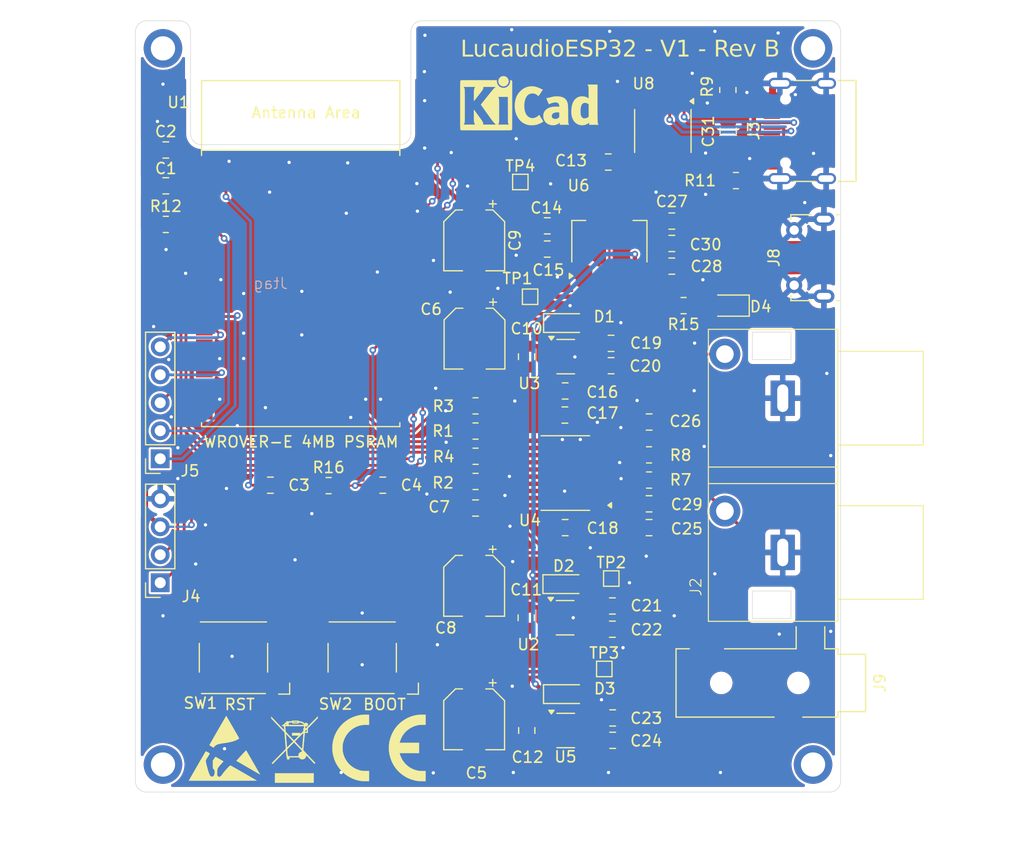
<source format=kicad_pcb>
(kicad_pcb (version 20240108) (generator "pcbnew") (generator_version "8.0")
  (layers (0 "F.Cu" signal) (31 "B.Cu" signal) (34 "B.Paste" user) (35 "F.Paste" user) (36 "B.SilkS" user "B.Silkscreen") (37 "F.SilkS" user "F.Silkscreen") (38 "B.Mask" user) (39 "F.Mask" user) (44 "Edge.Cuts" user))
  (net 0 "")
  (net 1 "GND")
  (net 2 "Net-(U4-VNEG)")
  (net 3 "Net-(U4-CAPM)")
  (net 4 "Net-(U4-CAPP)")
  (net 5 "Net-(J2-IN2)")
  (net 6 "Net-(J2-IN1)")
  (net 8 "Net-(J3-CC2)")
  (net 10 "I2S_WS")
  (net 11 "I2S_DATA")
  (net 12 "Net-(J3-CC1)")
  (net 13 "I2S_CLK")
  (net 14 "Net-(U4-DIN)")
  (net 15 "Net-(U4-XSMT)")
  (net 16 "Net-(U4-BCK)")
  (net 17 "Net-(U4-LRCK)")
  (net 18 "Net-(U4-OUTL)")
  (net 19 "Net-(U4-OUTR)")
  (net 24 "+5V")
  (net 25 "3V3")
  (net 26 "MCU_TX")
  (net 27 "MCU_RX")
  (net 28 "MCU_RST")
  (net 29 "GPIO0")
  (net 30 "3V3_1")
  (net 31 "3V3_2")
  (net 32 "3V3_3")
  (net 33 "SPI_RST")
  (net 34 "RL1")
  (net 36 "SPI_MOSI")
  (net 37 "RGB")
  (net 49 "Net-(U8-UD+)")
  (net 50 "Net-(U8-UD-)")
  (net 51 "ROTARY_A")
  (net 52 "ROTARY_B")
  (net 53 "ROTARY_SW")
  (net 54 "I2C_SDA")
  (net 57 "LED_AMP")
  (net 58 "I2C_SCL")
  (net 62 "Net-(D4-A)")
  (net 63 "LED_PWR")
  (net 64 "DAC_MUTE")
  (footprint "Symbol:WEEE-Logo_4.2x6mm_SilkScreen" (layer "F.Cu") (at 116.9352 132.1392)
    (property "Reference" "REF**" (hide yes))
    (property "Value" "WEEE-Logo_4.2x6mm_SilkScreen" (hide yes))
  )
  (footprint "Capacitor_SMD:C_0805_2012Metric_Pad1.18x1.45mm_HandSolder" (layer "F.Cu") (at 149.117 109.838)
    (property "Reference" "C29")
    (property "Value" "2.2nF")
  )
  (footprint "TestPoint:TestPoint_Pad_1.0x1.0mm" (layer "F.Cu") (at 145.053 124.824)
    (property "Reference" "TP3")
    (property "Value" "TestPoint")
  )
  (footprint "Connector_USB:USB_Micro-B_Molex-105017-0001" (layer "F.Cu") (at 163.75 87.4968 90)
    (property "Reference" "J8")
    (property "Value" "USB_B_Micro")
  )
  (footprint "Capacitor_SMD:C_0805_2012Metric" (layer "F.Cu") (at 139.8778 86.7156)
    (property "Reference" "C15")
    (property "Value" "100nF")
  )
  (footprint "Capacitor_SMD:C_0805_2012Metric_Pad1.18x1.45mm_HandSolder" (layer "F.Cu") (at 133.369 110.219 180)
    (property "Reference" "C7")
    (property "Value" "100nF")
  )
  (footprint "Connector_PinSocket_2.54mm:PinSocket_1x04_P2.54mm_Vertical" (layer "F.Cu") (at 104.75 117 180)
    (property "Reference" "J4")
    (property "Value" "Conn_01x04_Socket")
  )
  (footprint "Local_connector:2x RCA" (layer "F.Cu") (at 162 107.25 90)
    (property "Reference" "J2")
    (property "Value" "Conn_Coaxial_x2")
    (fp_rect (start 10.5 -3.5) (end 13 0) (stroke (width 0.05)) (fill none) (layer "Edge.Cuts"))
    (fp_rect (start -13 -3.5) (end -10.5 0) (stroke (width 0.05)) (fill none) (layer "Edge.Cuts"))
  )
  (footprint "Capacitor_SMD:C_0805_2012Metric" (layer "F.Cu") (at 137.9982 96.4805 -90)
    (property "Reference" "C10")
    (property "Value" "1uF")
  )
  (footprint "Capacitor_SMD:C_0805_2012Metric" (layer "F.Cu") (at 151.1808 88.265)
    (property "Reference" "C28")
    (property "Value" "100nF")
  )
  (footprint "Connector_PinSocket_2.54mm:PinSocket_1x05_P2.54mm_Vertical" (layer "F.Cu") (at 104.75 105.7468 180)
    (property "Reference" "J5")
    (property "Value" "Conn_01x05_Socket")
  )
  (footprint "Espressif:ESP32-WROVER-E" (layer "F.Cu") (at 117.5004 87.122)
    (property "Reference" "U1")
    (property "Value" "ESP32-WROVER-E")
  )
  (footprint "Diode_SMD:D_SOD-323_HandSoldering" (layer "F.Cu") (at 141.5542 93.4325)
    (property "Reference" "D1")
    (property "Value" "1N5819WS")
  )
  (footprint "Capacitor_SMD:C_0805_2012Metric" (layer "F.Cu") (at 156.2992 75.9988 90)
    (property "Reference" "C31")
    (property "Value" "100nF")
  )
  (footprint "Package_TO_SOT_SMD:SOT-23-5" (layer "F.Cu") (at 141.5542 130.412)
    (property "Reference" "U5")
    (property "Value" "LP5907MFX-3.3")
  )
  (footprint "Resistor_SMD:R_0805_2012Metric_Pad1.20x1.40mm_HandSolder" (layer "F.Cu") (at 120.034 108.187)
    (property "Reference" "R16")
    (property "Value" "10K")
  )
  (footprint "Resistor_SMD:R_0805_2012Metric_Pad1.20x1.40mm_HandSolder" (layer "F.Cu") (at 156.2695 72.2797 -90)
    (property "Reference" "R9")
    (property "Value" "5.1k")
  )
  (footprint "Capacitor_SMD:C_0805_2012Metric_Pad1.18x1.45mm_HandSolder" (layer "F.Cu") (at 105.2576 77.724 180)
    (property "Reference" "C2")
    (property "Value" "100nF")
  )
  (footprint "Package_TO_SOT_SMD:SOT-223-3_TabPin2" (layer "F.Cu") (at 145.5166 86.0298 90)
    (property "Reference" "U6")
    (property "Value" "TLV1117-33")
  )
  (footprint "Capacitor_SMD:C_0805_2012Metric" (layer "F.Cu") (at 145.815 129.269)
    (property "Reference" "C23")
    (property "Value" "100nF")
  )
  (footprint "Capacitor_SMD:C_0805_2012Metric_Pad1.18x1.45mm_HandSolder" (layer "F.Cu") (at 149.1234 102.4128 180)
    (property "Reference" "C26")
    (property "Value" "2.2nF")
  )
  (footprint "Capacitor_SMD:CP_Elec_5x4.5" (layer "F.Cu") (at 133.2738 94.8436 -90)
    (property "Reference" "C6")
    (property "Value" "10uF")
  )
  (footprint "Capacitor_SMD:C_0805_2012Metric" (layer "F.Cu") (at 145.669 95.2754)
    (property "Reference" "C19")
    (property "Value" "100nF")
  )
  (footprint "MountingHole:MountingHole_2.2mm_M2_ISO7380_Pad" (layer "F.Cu") (at 105 133.5)
    (property "Reference" "REF**" (hide yes))
    (property "Value" "MountingHole_2.2mm_M2_ISO7380_Pad")
  )
  (footprint "Capacitor_SMD:C_0805_2012Metric" (layer "F.Cu") (at 124.95 108.1468)
    (property "Reference" "C4")
    (property "Value" "100nF")
  )
  (footprint "Resistor_SMD:R_0805_2012Metric_Pad1.20x1.40mm_HandSolder" (layer "F.Cu") (at 105.2576 84.4804)
    (property "Reference" "R12")
    (property "Value" "10K")
  )
  (footprint "Resistor_SMD:R_0805_2012Metric_Pad1.20x1.40mm_HandSolder" (layer "F.Cu") (at 149.117 105.393)
    (property "Reference" "R8")
    (property "Value" "470")
  )
  (footprint "Capacitor_SMD:C_0805_2012Metric_Pad1.18x1.45mm_HandSolder" (layer "F.Cu") (at 141.478 101.7778 180)
    (property "Reference" "C17")
    (property "Value" "2.2uF")
  )
  (footprint "Capacitor_SMD:C_0805_2012Metric_Pad1.18x1.45mm_HandSolder" (layer "F.Cu") (at 149.117 111.997 180)
    (property "Reference" "C25")
    (property "Value" "2.2uF")
  )
  (footprint "LED_SMD:LED_0805_2012Metric_Pad1.15x1.40mm_HandSolder" (layer "F.Cu") (at 156.35 91.8468 180)
    (property "Reference" "D4")
    (property "Value" "LED")
  )
  (footprint "Capacitor_SMD:CP_Elec_5x4.5" (layer "F.Cu") (at 133.2484 85.9282 -90)
    (property "Reference" "C9")
    (property "Value" "100uF")
  )
  (footprint "Symbol:CE-Logo_8.5x6mm_SilkScreen" (layer "F.Cu") (at 124.606 131.9868)
    (property "Reference" "REF**" (hide yes))
    (property "Value" "CE-Logo_8.5x6mm_SilkScreen" (hide yes))
  )
  (footprint "Capacitor_SMD:C_0805_2012Metric" (layer "F.Cu") (at 114.75 108.1468)
    (property "Reference" "C3")
    (property "Value" "100nF")
  )
  (footprint "Capacitor_SMD:C_0805_2012Metric" (layer "F.Cu") (at 145.815 131.301)
    (property "Reference" "C24")
    (property "Value" "1uF")
  )
  (footprint "MountingHole:MountingHole_2.2mm_M2_ISO7380_Pad" (layer "F.Cu") (at 164 133.5)
    (property "Reference" "REF**" (hide yes))
    (property "Value" "MountingHole_2.2mm_M2_ISO7380_Pad")
  )
  (footprint "Capacitor_SMD:C_0805_2012Metric" (layer "F.Cu") (at 151.1808 84.1756)
    (property "Reference" "C27")
    (property "Value" "10uF")
  )
  (footprint "Connector_USB:USB_C_Receptacle_G-Switch_GT-USB-7010ASV" (layer "F.Cu") (at 164.1142 75.9968 90)
    (property "Reference" "J3")
    (property "Value" "USB_C_Receptacle_USB2.0_16P")
  )
  (footprint "TestPoint:TestPoint_Pad_1.0x1.0mm" (layer "F.Cu") (at 137.433 80.628)
    (property "Reference" "TP4")
    (property "Value" "TestPoint")
  )
  (footprint "Resistor_SMD:R_0805_2012Metric_Pad1.20x1.40mm_HandSolder" (layer "F.Cu") (at 133.369 107.806)
    (property "Reference" "R2")
    (property "Value" "470")
  )
  (footprint "Diode_SMD:D_SOD-323_HandSoldering" (layer "F.Cu") (at 141.5478 127.11)
    (property "Reference" "D3")
    (property "Value" "1N5819WS")
  )
  (footprint "Package_SO:SOP-8_3.9x4.9mm_P1.27mm" (layer "F.Cu") (at 150.368 75.9968 -90)
    (property "Reference" "U8")
    (property "Value" "CH340N")
  )
  (footprint "Button_Switch_SMD:SW_SPST_Omron_B3FS-100xP" (layer "F.Cu") (at 111.398 123.808 180)
    (property "Reference" "SW1")
    (property "Value" "SW_Omron_B3FS")
  )
  (footprint "Capacitor_SMD:C_0805_2012Metric" (layer "F.Cu") (at 137.9664 120.1758 -90)
    (property "Reference" "C11")
    (property "Value" "1uF")
  )
  (footprint "MountingHole:MountingHole_2.2mm_M2_ISO7380_Pad" (layer "F.Cu") (at 105 68.5)
    (property "Reference" "REF**" (hide yes))
    (property "Value" "MountingHole_2.2mm_M2_ISO7380_Pad")
  )
  (footprint "Capacitor_SMD:CP_Elec_5x4.5" (layer "F.Cu") (at 133.242 129.396 -90)
    (property "Reference" "C5")
    (property "Value" "10uF")
  )
  (footprint "Symbol:KiCad-Logo_5mm_SilkScreen" (layer "F.Cu") (at 138.25 73.9968)
    (property "Reference" "REF**" (hide yes))
    (property "Value" "KiCad-Logo_5mm_SilkScreen" (hide yes))
  )
  (footprint "Capacitor_SMD:C_0805_2012Metric_Pad1.18x1.45mm_HandSolder" (layer "F.Cu") (at 141.5034 111.997 180)
    (property "Reference" "C18")
    (property "Value" "100nF")
  )
  (footprint "Capacitor_SMD:C_0805_2012Metric" (layer "F.Cu") (at 145.7896 119.109)
    (property "Reference" "C21")
    (property "Value" "100nF")
  )
  (footprint "Resistor_SMD:R_0805_2012Metric_Pad1.20x1.40mm_HandSolder" (layer "F.Cu") (at 133.369 103.234)
    (property "Reference" "R1")
    (property "Value" "470")
  )
  (footprint "Capacitor_SMD:CP_Elec_5x4.5" (layer "F.Cu") (at 133.242 117.2802 -90)
    (property "Reference" "C8")
    (property "Value" "10uF")
  )
  (footprint "Resistor_SMD:R_0805_2012Metric_Pad1.20x1.40mm_HandSolder" (layer "F.Cu") (at 149.117 107.679)
    (property "Reference" "R7")
    (property "Value" "470")
  )
  (footprint "Resistor_SMD:R_0805_2012Metric_Pad1.20x1.40mm_HandSolder" (layer "F.Cu") (at 133.369 105.52)
    (property "Reference" "R4")
    (property "Value" "470")
  )
  (footprint "Capacitor_SMD:C_0805_2012Metric" (layer "F.Cu") (at 139.8778 84.6074)
    (property "Reference" "C14")
    (property "Value" "10uF")
  )
  (footprint "Package_TO_SOT_SMD:SOT-23-5" (layer "F.Cu") (at 141.5542 96.4805)
    (property "Reference" "U3")
    (property "Value" "LP5907MFX-3.3")
  )
  (footprint "Capacitor_SMD:C_0805_2012Metric" (layer "F.Cu") (at 151.1808 86.2076)
    (property "Reference" "C30")
    (property "Value" "100nF")
  )
  (footprint "Capacitor_SMD:C_0805_2012Metric_Pad1.18x1.45mm_HandSolder" (layer "F.Cu") (at 105.2576 80.9752 180)
    (property "Reference" "C1")
    (property "Value" "4.7uF")
  )
  (footprint "Resistor_SMD:R_0805_2012Metric_Pad1.20x1.40mm_HandSolder" (layer "F.Cu") (at 157 80.5 180)
    (property "Reference" "R11")
    (property "Value" "5.1k")
  )
  (footprint "Button_Switch_SMD:SW_SPST_Omron_B3FS-100xP" (layer "F.Cu") (at 123.082 123.808 180)
    (property "Reference" "SW2")
    (property "Value" "SW_Omron_B3FS")
  )
  (footprint "Capacitor_SMD:C_0805_2012Metric" (layer "F.Cu") (at 138.0172 130.412 -90)
    (property "Reference" "C12")
    (property "Value" "1uF")
  )
  (footprint "Resistor_SMD:R_0805_2012Metric_Pad1.20x1.40mm_HandSolder" (layer "F.Cu") (at 133.369 100.948)
    (property "Reference" "R3")
    (property "Value" "470")
  )
  (footprint "Symbol:ESD-Logo_6.6x6mm_SilkScreen" (layer "F.Cu") (at 110.5852 132.0122)
    (property "Reference" "REF**" (hide yes))
    (property "Value" "ESD-Logo_6.6x6mm_SilkScreen" (hide yes))
  )
  (footprint "Capacitor_SMD:C_0805_2012Metric_Pad1.18x1.45mm_HandSolder" (layer "F.Cu") (at 141.5034 99.5934 180)
    (property "Reference" "C16")
    (property "Value" "100nF")
  )
  (footprint "TestPoint:TestPoint_Pad_1.0x1.0mm" (layer "F.Cu") (at 138.322 91.042)
    (property "Reference" "TP1")
    (property "Value" "TestPoint")
  )
  (footprint "TestPoint:TestPoint_Pad_1.0x1.0mm" (layer "F.Cu") (at 145.688 116.6198)
    (property "Reference" "TP2")
    (property "Value" "TestPoint")
  )
  (footprint "Capacitor_SMD:C_0805_2012Metric" (layer "F.Cu") (at 145.669 97.3)
    (property "Reference" "C20")
    (property "Value" "1uF")
  )
  (footprint "Capacitor_SMD:C_0805_2012Metric" (layer "F.Cu") (at 145.7896 121.2172)
    (property "Reference" "C22")
    (property "Value" "1uF")
  )
  (footprint "Connector_Audio:Jack_3.5mm_CUI_SJ-3523-SMT_Horizontal" (layer "F.Cu") (at 160.166 126.094 -90)
    (property "Reference" "J9")
    (property "Value" "AudioJack3")
  )
  (footprint "Capacitor_SMD:C_0805_2012Metric" (layer "F.Cu") (at 145.415 78.8162 180)
    (property "Reference" "C13")
    (property "Value" "100nF")
  )
  (footprint "Diode_SMD:D_SOD-323_HandSoldering" (layer "F.Cu") (at 141.497 117.1278)
    (property "Reference" "D2")
    (property "Value" "1N5819WS")
  )
  (footprint "Package_SO:TSSOP-20_4.4x6.5mm_P0.65mm" (layer "F.Cu") (at 141.5191 107.044 180)
    (property "Reference" "U4")
    (property "Value" "PCM5100")
  )
  (footprint "Resistor_SMD:R_0805_2012Metric_Pad1.20x1.40mm_HandSolder" (layer "F.Cu") (at 152.25 91.8468 180)
    (property "Reference" "R15")
    (property "Value" "470")
  )
  (footprint "MountingHole:MountingHole_2.2mm_M2_ISO7380_Pad" (layer "F.Cu") (at 164 68.5)
    (property "Reference" "REF**" (hide yes))
    (property "Value" "MountingHole_2.2mm_M2_ISO7380_Pad")
  )
  (footprint "Package_TO_SOT_SMD:SOT-23-5" (layer "F.Cu") (at 141.497 120.1758)
    (property "Reference" "U2")
    (property "Value" "LP5907MFX-3.3")
  )
  (gr_line (start 103.5 66) (end 106.5 66) (stroke (width 0.05)) (layer "Edge.Cuts"))
  (gr_arc (start 103.5 136) (mid 102.792893 135.707107) (end 102.5 135) (stroke (width 0.05)) (layer "Edge.Cuts"))
  (gr_line (start 102.5 89.75) (end 102.5 67) (stroke (width 0.05)) (layer "Edge.Cuts"))
  (gr_line (start 102.5 102.25) (end 102.5 135) (stroke (width 0.05)) (layer "Edge.Cuts"))
  (gr_line (start 128.5 66) (end 165.5 66) (stroke (width 0.05)) (layer "Edge.Cuts"))
  (gr_arc (start 102.5 67) (mid 102.792893 66.292893) (end 103.5 66) (stroke (width 0.05)) (layer "Edge.Cuts"))
  (gr_line (start 108.5 77.239693) (end 126.5 77.239693) (stroke (width 0.05)) (layer "Edge.Cuts"))
  (gr_arc (start 106.5 66) (mid 107.207107 66.292893) (end 107.5 67) (stroke (width 0.05)) (layer "Edge.Cuts"))
  (gr_line (start 107.5 67) (end 107.5 76.239694) (stroke (width 0.05)) (layer "Edge.Cuts"))
  (gr_line (start 165.5 136) (end 103.5 136) (stroke (width 0.05)) (layer "Edge.Cuts"))
  (gr_arc (start 108.5 77.239694) (mid 107.792896 76.9468) (end 107.5 76.239694) (stroke (width 0.05)) (layer "Edge.Cuts"))
  (gr_arc (start 127.5 67) (mid 127.792893 66.292893) (end 128.5 66) (stroke (width 0.05)) (layer "Edge.Cuts"))
  (gr_line (start 127.5 76.239693) (end 127.5 67) (stroke (width 0.05)) (layer "Edge.Cuts"))
  (gr_arc (start 127.5 76.239693) (mid 127.207107 76.9468) (end 126.5 77.239693) (stroke (width 0.05)) (layer "Edge.Cuts"))
  (gr_arc (start 165.5 66) (mid 166.207107 66.292893) (end 166.5 67) (stroke (width 0.05)) (layer "Edge.Cuts"))
  (gr_line (start 102.5 89.75) (end 102.5 102.25) (stroke (width 0.05)) (layer "Edge.Cuts"))
  (gr_arc (start 166.5 135) (mid 166.207107 135.707107) (end 165.5 136) (stroke (width 0.05)) (layer "Edge.Cuts"))
  (gr_line (start 166.5 67) (end 166.5 135) (stroke (width 0.05)) (layer "Edge.Cuts"))
  (gr_text "Jtag" (at 116.410929 90.414871 0) (layer "B.SilkS") (effects (font (size 1 1) (thickness 0.1)) (justify left bottom mirror)))
  (gr_text "BOOT" (at 123.082 128.634 0) (layer "F.SilkS") (effects (font (size 1 1)) (justify left bottom)))
  (gr_text "WROVER-E 4MB PSRAM" (at 108.6 104.8 0) (layer "F.SilkS") (effects (font (size 1 1)) (justify left bottom)))
  (gr_text "RST" (at 110.509 128.634 0) (layer "F.SilkS") (effects (font (size 1 1)) (justify left bottom)))
  (gr_text "LucaudioESP32 - V1 - Rev B" (at 132 69.5 0) (layer "F.SilkS") (effects (font (size 1.5 1.5) (thickness 0.2)) (justify left bottom)))
  (segment (start 126.2504 78.867) (end 125.603 78.867) (width 0.254) (layer "F.Cu") (net 1))
  (segment (start 160.3892 79.1968) (end 158.9432 79.1968) (width 0.254) (layer "F.Cu") (net 1))
  (segment (start 141.6304 97.031701) (end 141.6304 98.4289) (width 0.254) (layer "F.Cu") (net 1))
  (segment (start 143.1337 104.1256) (end 143.0026 104.1256) (width 0.254) (layer "F.Cu") (net 1))
  (segment (start 140.4167 96.4805) (end 141.079199 96.4805) (width 0.254) (layer "F.Cu") (net 1))
  (segment (start 138.6566 104.769) (end 137.571 104.769) (width 0.254) (layer "F.Cu") (net 1))
  (segment (start 126.2504 78.867) (end 127.1524 78.867) (width 0.254) (layer "F.Cu") (net 1))
  (segment (start 137.571 104.769) (end 137.1536 104.3516) (width 0.254) (layer "F.Cu") (net 1))
  (segment (start 127.1524 78.867) (end 127.7366 79.4512) (width 0.254) (layer "F.Cu") (net 1))
  (segment (start 141.079199 96.4805) (end 141.6304 97.031701) (width 0.254) (layer "F.Cu") (net 1))
  (segment (start 143.1337 104.1256) (end 143.1193 104.14) (width 0.254) (layer "F.Cu") (net 1))
  (segment (start 141.6304 98.4289) (end 140.4659 99.5934) (width 0.254) (layer "F.Cu") (net 1))
  (segment (start 125.603 78.867) (end 124.841 79.629) (width 0.254) (layer "F.Cu") (net 1))
  (segment (start 143.0026 104.1256) (end 142.877 104) (width 0.254) (layer "F.Cu") (net 1))
  (via (at 155.0924 66.9544) (size 0.6) (drill 0.3) (layers "F.Cu" "B.Cu") (net 1))
  (via (at 142.877 104) (size 0.6) (drill 0.3) (layers "F.Cu" "B.Cu") (net 1))
  (via (at 160.9344 121.666) (size 0.6) (drill 0.3) (layers "F.Cu" "B.Cu") (net 1))
  (via (at 153.035 70.7644) (size 0.6) (drill 0.3) (layers "F.Cu" "B.Cu") (net 1))
  (via (at 105 71.75) (size 0.6) (drill 0.3) (layers "F.Cu" "B.Cu") (net 1))
  (via (at 107.056 88.916) (size 0.6) (drill 0.3) (layers "F.Cu" "B.Cu") (net 1))
  (via (at 154 89.5) (size 0.6) (drill 0.3) (layers "F.Cu" "B.Cu") (net 1))
  (via (at 105.75 101.9468) (size 0.6) (drill 0.3) (layers "F.Cu" "B.Cu") (net 1))
  (via (at 136.7408 115.0788) (size 0.6) (drill 0.3) (layers "F.Cu" "B.Cu") (net 1))
  (via (at 154.1208 104.631) (size 0.6) (drill 0.3) (layers "F.Cu" "B.Cu") (net 1))
  (via (at 131.064 90.6272) (size 0.6) (drill 0.3) (layers "F.Cu" "B.Cu") (net 1))
  (via (at 112.323 96.647) (size 0.6) (drill 0.3) (layers "F.Cu" "B.Cu") (net 1))
  (via (at 116.45 78.85) (size 0.6) (drill 0.3) (layers "F.Cu" "B.Cu") (net 1))
  (via (at 130.6576 101.3968) (size 0.6) (drill 0.3) (layers "F.Cu" "B.Cu") (net 1))
  (via (at 147.339 117.0008) (size 0.6) (drill 0.3) (layers "F.Cu" "B.Cu") (net 1))
  (via (at 149.75 81.5468) (size 0.6) (drill 0.3) (layers "F.Cu" "B.Cu") (net 1))
  (via (at 145.434 134.222) (size 0.6) (drill 0.3) (layers "F.Cu" "B.Cu") (net 1))
  (via (at 136.7028 126.3904) (size 0.6) (drill 0.3) (layers "F.Cu" "B.Cu") (net 1))
  (via (at 128.778 67.31) (size 0.6) (drill 0.3) (layers "F.Cu" "B.Cu") (net 1))
  (via (at 153.2128 99.568) (size 0.6) (drill 0.3) (layers "F.Cu" "B.Cu") (net 1))
  (via (at 136.652 66.802) (size 0.6) (drill 0.3) (layers "F.Cu" "B.Cu") (net 1))
  (via (at 165.608 105.4608) (size 0.6) (drill 0.3) (layers "F.Cu" "B.Cu") (net 1))
  (via (at 144.799 127.618) (size 0.6) (drill 0.3) (layers "F.Cu" "B.Cu") (net 1))
  (via (at 154.25 78) (size 0.6) (drill 0.3) (layers "F.Cu" "B.Cu") (net 1))
  (via (at 137.0584 87.2744) (size 0.6) (drill 0.3) (layers "F.Cu" "B.Cu") (net 1))
  (via (at 164.0462 78.0308) (size 0.6) (drill 0.3) (layers "F.Cu" "B.Cu") (net 1))
  (via (at 158 72.5) (size 0.6) (drill 0.3) (layers "F.Cu" "B.Cu") (net 1))
  (via (at 128.7272 70.612) (size 0.6) (drill 0.3) (layers "F.Cu" "B.Cu") (net 1))
  (via (at 130.702 104.25) (size 0.6) (drill 0.3) (layers "F.Cu" "B.Cu") (net 1))
  (via (at 158.25 78.5) (size 0.6) (drill 0.3) (layers "F.Cu" "B.Cu") (net 1))
  (via (at 146.558 93.3958) (size 0.6) (drill 0.3) (layers "F.Cu" "B.Cu") (net 1))
  (via (at 110.5852 132.063) (size 0.6) (drill 0.3) (layers "F.Cu" "B.Cu") (net 1))
  (via (at 123.082 119.744) (size 0.6) (drill 0.3) (layers "F.Cu" "B.Cu") (net 1))
  (via (at 116.986 114.918) (size 0.6) (drill 0.3) (layers "F.Cu" "B.Cu") (net 1))
  (via (at 140.1826 80.7974) (size 0.6) (drill 0.3) (layers "F.Cu" "B.Cu") (net 1))
  (via (at 105.523 96.7468) (size 0.6) (drill 0.3) (layers "F.Cu" "B.Cu") (net 1))
  (via (at 165.25 98) (size 0.6) (drill 0.3) (layers "F.Cu" "B.Cu") (net 1))
  (via (at 112.323 94.3468) (size 0.6) (drill 0.3) (layers "F.Cu" "B.Cu") (net 1))
  (via (at 142.2336 120.1758) (size 0.6) (drill 0.3) (layers "F.Cu" "B.Cu") (net 1))
  (via (at 108.858 111.743) (size 0.6) (drill 0.3) (layers "F.Cu" "B.Cu") (net 1))
  (via (at 155.594 134.222) (size 0.6) (drill 0.3) (layers "F.Cu" "B.Cu") (net 1))
  (via (at 104.15 93.7468) (size 0.6) (drill 0.3) (layers "F.Cu" "B.Cu") (net 1))
  (via (at 165.608 121.412) (size 0.6) (drill 0.3) (layers "F.Cu" "B.Cu") (net 1))
  (via (at 148.0312 100.457) (size 0.6) (drill 0.3) (layers "F.Cu" "B.Cu") (net 1))
  (via (at 128.0414 80.772) (size 0.6) (drill 0.3) (layers "F.Cu" "B.Cu") (net 1))
  (via (at 137.0584 76.7) (size 0.6) (drill 0.3) (layers "F.Cu" "B.Cu") (net 1))
  (via (at 136.036 109.076) (size 0.6) (drill 0.3) (layers "F.Cu" "B.Cu") (net 1))
  (via (at 146.7548 122.8936) (size 0.6) (drill 0.3) (layers "F.Cu" "B.Cu") (net 1))
  (via (at 129.535 134.255) (size 0.6) (drill 0.3) (layers "F.Cu" "B.Cu") (net 1))
  (via (at 110.25 89.4968) (size 0.6) (drill 0.3) (layers "F.Cu" "B.Cu") (net 1))
  (via (at 107.969 115.299) (size 0.6) (drill 0.3) (layers "F.Cu" "B.Cu") (net 1))
  (via (at 117.597 94.504) (size 0.6) (drill 0.3) (layers "F.Cu" "B.Cu") (net 1))
  (via (at 106.35 104.7468) (size 0.6) (drill 0.3) (layers "F.Cu" "B.Cu") (net 1))
  (via (at 124.46 88.7984) (size 0.6) (drill 0.3) (layers "F.Cu" "B.Cu") (net 1))
  (via (at 121.6406 83.4644) (size 0.6) (drill 0.3) (layers "F.Cu" "B.Cu") (net 1))
  (via (at 129.55 87.7468) (size 0.6) (drill 0.3) (layers "F.Cu" "B.Cu") (net 1))
  (via (at 123.4 100.3468) (size 0.6) (drill 0.3) (layers "F.Cu" "B.Cu") (net 1))
  (via (at 106.35 107.5468) (size 0.6) (drill 0.3) (layers "F.Cu" "B.Cu") (net 1))
  (via (at 123.082 124.443) (size 0.6) (drill 0.3) (layers "F.Cu" "B.Cu") (net 1))
  (via (at 140.8 89.25) (size 0.6) (drill 0.3) (layers "F.Cu" "B.Cu") (net 1))
  (via (at 111.75 102.7468) (size 0.6) (drill 0.3) (layers "F.Cu" "B.Cu") (net 1))
  (via (at 155.086 116.188) (size 0.6) (drill 0.3) (layers "F.Cu" "B.Cu") (net 1))
  (via (at 144.4244 102.4382) (size 0.6) (drill 0.3) (layers "F.Cu" "B.Cu") (net 1))
  (via (at 145.542 66.9544) (size 0.6) (drill 0.3) (layers "F.Cu" "B.Cu") (net 1))
  (via (at 129.9068 122.6248) (size 0.6) (drill 0.3) (layers "F.Cu" "B.Cu") (net 1))
  (via (at 146.577 107.552) (size 0.6) (drill 0.3) (layers "F.Cu" "B.Cu") (net 1))
  (via (at 136.4932 111.87) (size 0.6) (drill 0.3) (layers "F.Cu" "B.Cu") (net 1))
  (via (at 124.75 100.3468) (size 0.6) (drill 0.3) (layers "F.Cu" "B.Cu") (net 1))
  (via (at 104.4956 75.1332) (size 0.6) (drill 0.3) (layers "F.Cu" "B.Cu") (net 1))
  (via (at 146.558 102.9208) (size 0.6) (drill 0.3) (layers "F.Cu" "B.Cu") (net 1))
  (via (at 153.25 95.25) (size 0.6) (drill 0.3) (layers "F.Cu" "B.Cu") (net 1))
  (via (at 129.75 99.3468) (size 0.6) (drill 0.3) (layers "F.Cu" "B.Cu") (net 1))
  (via (at 110.763 108.441) (size 0.6) (drill 0.3) (layers "F.Cu" "B.Cu") (net 1))
  (via (at 136.9314 100.5078) (size 0.6) (drill 0.3) (layers "F.Cu" "B.Cu") (net 1))
  (via (at 128.0922 83.277) (size 0.6) (drill 0.3) (layers "F.Cu" "B.Cu") (net 1))
  (via (at 163.25 82.4968) (size 0.6) (drill 0.3) (layers "F.Cu" "B.Cu") (net 1))
  (via (at 146.45 106.092) (size 0.6) (drill 0.3) (layers "F.Cu" "B.Cu") (net 1))
  (via (at 105.278 86.757) (size 0.6) (drill 0.3) (layers "F.Cu" "B.Cu") (net 1))
  (via (at 142.386 96.503) (size 0.6) (drill 0.3) (layers "F.Cu" "B.Cu") (net 1))
  (via (at 151.403 119.998) (size 0.6) (drill 0.3) (layers "F.Cu" "B.Cu") (net 1))
  (via (at 141.4526 108.6866) (size 0.6) (drill 0.3) (layers "F.Cu" "B.Cu") (net 1))
  (via (at 128.75 77.5468) (size 0.6) (drill 0.3) (layers "F.Cu" "B.Cu") (net 1))
  (via (at 111.271 123.681) (size 0.6) (drill 0.3) (layers "F.Cu" "B.Cu") (net 1))
  (via (at 111 78.75) (size 0.6) (drill 0.3) (layers "F.Cu" "B.Cu") (net 1))
  (via (at 132.65 81) (size 0.6) (drill 0.3) (layers "F.Cu" "B.Cu") (net 1))
  (via (at 136.798 134.222) (size 0.6) (drill 0.3) (layers "F.Cu" "B.Cu") (net 1))
  (via (at 131.159557 77.956357) (size 0.6) (drill 0.3) (layers "F.Cu" "B.Cu") (net 1))
  (via (at 141.25 104) (size 0.6) (drill 0.3) (layers "F.Cu" "B.Cu") (net 1))
  (via (at 146.25 71.4968) (size 0.6) (drill 0.3) (layers "F.Cu" "B.Cu") (net 1))
  (via (at 105 120) (size 0.6) (drill 0.3) (layers "F.Cu" "B.Cu") (net 1))
  (via (at 136.4424 107.3488) (size 0.6) (drill 0.3) (layers "F.Cu" "B.Cu") (net 1))
  (via (at 154.4066 73.4568) (size 0.6) (drill 0.3) (layers "F.Cu" "B.Cu") (net 1))
  (via (at 141.95 91.85) (size 0.6) (drill 0.3) (layers "F.Cu" "B.Cu") (net 1))
  (via (at 160.8328 67.1068) (size 0.6) (drill 0.3) (layers "F.Cu" "B.Cu") (net 1))
  (via (at 122.042 101.997) (size 0.6) (drill 0.3) (layers "F.Cu" "B.Cu") (net 1))
  (via (at 162.3952 72.6968) (size 0.6) (drill 0.3) (layers "F.Cu" "B.Cu") (net 1))
  (via (at 121.7676 78.8924) (size 0.6) (drill 0.3) (layers "F.Cu" "B.Cu") (net 1))
  (via (at 128.95 108.9468) (size 0.6) (drill 0.3) (layers "F.Cu" "B.Cu") (net 1))
  (via (at 154.25 81.75) (size 0.6) (drill 0.3) (layers "F.Cu" "B.Cu") (net 1))
  (via (at 110.15 96.663) (size 0.6) (drill 0.3) (layers "F.Cu" "B.Cu") (net 1))
  (via (at 143.783 113.8258) (size 0.6) (drill 0.3) (layers "F.Cu" "B.Cu") (net 1))
  (via (at 128.75 73.2468) (size 0.6) (drill 0.3) (layers "F.Cu" "B.Cu") (net 1))
  (via (at 135.401 90.28) (size 0.6) (drill 0.3) (layers "F.Cu" "B.Cu") (net 1))
  (via (at 148.863 114.5878) (size 0.6) (drill 0.3) (layers "F.Cu" "B.Cu") (net 1))
  (via (at 114.295 101.108) (size 0.6) (drill 0.3) (layers "F.Cu" "B.Cu") (net 1))
  (via (at 121.177 134.222) (size 0.6) (drill 0.3) (layers "F.Cu" "B.Cu") (net 1))
  (via (at 110.15 100.3468) (size 0.6) (drill 0.3) (layers "F.Cu" "B.Cu") (net 1))
  (via (at 118.51 110.727) (size 0.6) (drill 0.3) (layers "F.Cu" "B.Cu") (net 1))
  (via (at 112.323 90.7468) (size 0.6) (drill 0.3) (layers "F.Cu" "B.Cu") (net 1))
  (via (at 114.676 81.55) (size 0.6) (drill 0.3) (layers "F.Cu" "B.Cu") (net 1))
  (via (at 117.602 90.551) (size 0.6) (drill 0.3) (layers "F.Cu" "B.Cu") (net 1))
  (segment (start 142.25 102.0433) (end 142.25 106.019) (width 0.254) (layer "F.Cu") (net 2))
  (segment (start 143.6 107.369) (end 144.3816 107.369) (width 0.254) (layer "F.Cu") (net 2))
  (segment (start 142.5155 101.7778) (end 142.25 102.0433) (width 0.254) (layer "F.Cu") (net 2))
  (segment (start 142.25 106.019) (end 143.6 107.369) (width 0.254) (layer "F.Cu") (net 2))
  (segment (start 145.942 108.06) (end 145.942 108.057712) (width 0.254) (layer "F.Cu") (net 3))
  (segment (start 147.212 111.997) (end 146.831 111.616) (width 0.254) (layer "F.Cu") (net 3))
  (segment (start 146.831 108.949) (end 145.942 108.06) (width 0.254) (layer "F.Cu") (net 3))
  (segment (start 145.942 108.057712) (end 145.879644 107.995356) (width 0.254) (layer "F.Cu") (net 3))
  (segment (start 145.879644 107.995356) (end 144.405244 107.995356) (width 0.254) (layer "F.Cu") (net 3))
  (segment (start 146.831 111.616) (end 146.831 108.949) (width 0.254) (layer "F.Cu") (net 3))
  (segment (start 144.405244 107.995356) (end 144.3816 108.019) (width 0.254) (layer "F.Cu") (net 3))
  (segment (start 148.0795 111.997) (end 147.212 111.997) (width 0.254) (layer "F.Cu") (net 3))
  (segment (start 145.55 109.319) (end 146.323 110.092) (width 0.254) (layer "F.Cu") (net 4))
  (segment (start 149.625 113.394) (end 150.1545 112.8645) (width 0.254) (layer "F.Cu") (net 4))
  (segment (start 144.3816 109.319) (end 145.55 109.319) (width 0.254) (layer "F.Cu") (net 4))
  (segment (start 147.085 113.394) (end 149.625 113.394) (width 0.254) (layer "F.Cu") (net 4))
  (segment (start 146.323 112.632) (end 147.085 113.394) (width 0.254) (layer "F.Cu") (net 4))
  (segment (start 146.323 110.092) (end 146.323 112.632) (width 0.254) (layer "F.Cu") (net 4))
  (segment (start 150.1545 112.8645) (end 150.1545 111.997) (width 0.254) (layer "F.Cu") (net 4))
  (segment (start 150.117 105.393) (end 150.893 105.393) (width 0.3048) (layer "F.Cu") (net 5))
  (segment (start 161.766 129.794) (end 161.004 129.794) (width 0.3048) (layer "F.Cu") (net 5))
  (segment (start 150.117 105.393) (end 150.117 102.4567) (width 0.3048) (layer "F.Cu") (net 5))
  (segment (start 150.893 105.393) (end 156 110.5) (width 0.3048) (layer "F.Cu") (net 5))
  (segment (start 157.372 111.872) (end 156 110.5) (width 0.3048) (layer "F.Cu") (net 5))
  (segment (start 156 110.5) (end 155.2294 110.5) (width 0.254) (layer "F.Cu") (net 5))
  (segment (start 150.117 105.393) (end 150.117 104.6036) (width 0.254) (layer "F.Cu") (net 5))
  (segment (start 157.372 126.162) (end 157.372 111.872) (width 0.3048) (layer "F.Cu") (net 5))
  (segment (start 161.004 129.794) (end 157.372 126.162) (width 0.3048) (layer "F.Cu") (net 5))
  (segment (start 150.117 104.6036) (end 150.1609 104.5597) (width 0.254) (layer "F.Cu") (net 5))
  (segment (start 150.117 102.4567) (end 150.1609 102.4128) (width 0.3048) (layer "F.Cu") (net 5))
  (segment (start 148.0795 109.7165) (end 150.117 107.679) (width 0.254) (layer "F.Cu") (net 6))
  (segment (start 148.0795 109.838) (end 148.0795 109.7165) (width 0.254) (layer "F.Cu") (net 6))
  (segment (start 149.1234 106.6854) (end 150.117 107.679) (width 0.254) (layer "F.Cu") (net 6))
  (segment (start 154.4406 96.25) (end 149.1234 101.5672) (width 0.254) (layer "F.Cu") (net 6))
  (segment (start 149.1234 101.5672) (end 149.1234 106.6854) (width 0.254) (layer "F.Cu") (net 6))
  (segment (start 150.768 107.679) (end 153.435 110.346) (width 0.254) (layer "F.Cu") (net 6))
  (segment (start 156 96.25) (end 154.4406 96.25) (width 0.254) (layer "F.Cu") (net 6))
  (segment (start 154.366 122.394) (end 153.435 121.463) (width 0.3048) (layer "F.Cu") (net 6))
  (segment (start 153.435 121.463) (end 153.435 110.346) (width 0.3048) (layer "F.Cu") (net 6))
  (segment (start 150.117 107.679) (end 150.768 107.679) (width 0.254) (layer "F.Cu") (net 6))
  (segment (start 162.1152 74.2468) (end 163.0222 73.3398) (width 0.254) (layer "F.Cu") (net 8))
  (segment (start 157.0388 70.5104) (end 156.2695 71.2797) (width 0.254) (layer "F.Cu") (net 8))
  (segment (start 163.0222 73.3398) (end 163.0222 71.5822) (width 0.254) (layer "F.Cu") (net 8))
  (segment (start 161.9504 70.5104) (end 157.0388 70.5104) (width 0.254) (layer "F.Cu") (net 8))
  (segment (start 160.3892 74.2468) (end 162.1152 74.2468) (width 0.254) (layer "F.Cu") (net 8))
  (segment (start 163.0222 71.5822) (end 161.9504 70.5104) (width 0.254) (layer "F.Cu") (net 8))
  (segment (start 132.369 105.52) (end 130.8184 105.52) (width 0.254) (layer "F.Cu") (net 10))
  (segment (start 130.4544 105.156) (end 108.204 105.156) (width 0.254) (layer "F.Cu") (net 10))
  (segment (start 130.8184 105.52) (end 130.4544 105.156) (width 0.254) (layer "F.Cu") (net 10))
  (segment (start 106.6324 103.5844) (end 106.6324 90.9906) (width 0.254) (layer "F.Cu") (net 10))
  (segment (start 106.6324 90.9906) (end 107.326 90.297) (width 0.254) (layer "F.Cu") (net 10))
  (segment (start 108.204 105.156) (end 106.6324 103.5844) (width 0.254) (layer "F.Cu") (net 10))
  (segment (start 107.326 90.297) (end 108.7504 90.297) (width 0.254) (layer "F.Cu") (net 10))
  (segment (start 124.8918 81.407) (end 126.2504 81.407) (width 0.254) (layer "F.Cu") (net 11))
  (segment (start 133.3246 102.2784) (end 133.3246 100.0146) (width 0.254) (layer "F.Cu") (net 11))
  (segment (start 132.369 103.234) (end 133.3246 102.2784) (width 0.254) (layer "F.Cu") (net 11))
  (segment (start 124.8918 103.2256) (end 122.65 100.9838) (width 0.254) (layer "F.Cu") (net 11))
  (segment (start 133.3246 100.0146) (end 132.988 99.678) (width 0.254) (layer "F.Cu") (net 11))
  (segment (start 122.65 83.6488) (end 124.8918 81.407) (width 0.254) (layer "F.Cu") (net 11))
  (segment (start 132.988 99.678) (end 131.3604 99.678) (width 0.254) (layer "F.Cu") (net 11))
  (segment (start 122.65 100.9838) (end 122.65 83.6488) (width 0.254) (layer "F.Cu") (net 11))
  (segment (start 127.8128 103.2256) (end 124.8918 103.2256) (width 0.254) (layer "F.Cu") (net 11))
  (segment (start 131.3604 99.678) (end 127.8128 103.2256) (width 0.254) (layer "F.Cu") (net 11))
  (segment (start 161.8144 77.2468) (end 163.25 78.6824) (width 0.254) (layer "F.Cu") (net 12))
  (segment (start 163 81.5) (end 159 81.5) (width 0.254) (layer "F.Cu") (net 12))
  (segment (start 159 81.5) (end 158 80.5) (width 0.254) (layer "F.Cu") (net 12))
  (segment (start 163.25 78.6824) (end 163.25 81.25) (width 0.254) (layer "F.Cu") (net 12))
  (segment (start 160.3892 77.2468) (end 161.8144 77.2468) (width 0.254) (layer "F.Cu") (net 12))
  (segment (start 163.25 81.25) (end 163 81.5) (width 0.254) (layer "F.Cu") (net 12))
  (segment (start 128.8288 104.1908) (end 108.566652 104.1908) (width 0.254) (layer "F.Cu") (net 13))
  (segment (start 107.7976 91.567) (end 108.7504 91.567) (width 0.254) (layer "F.Cu") (net 13))
  (segment (start 107.0864 92.2782) (end 107.7976 91.567) (width 0.254) (layer "F.Cu") (net 13))
  (segment (start 132.369 100.948) (end 132.0716 100.948) (width 0.254) (layer "F.Cu") (net 13))
  (segment (start 107.0864 102.710548) (end 107.0864 92.2782) (width 0.254) (layer "F.Cu") (net 13))
  (segment (start 108.566652 104.1908) (end 107.0864 102.710548) (width 0.254) (layer "F.Cu") (net 13))
  (segment (start 132.0716 100.948) (end 128.8288 104.1908) (width 0.254) (layer "F.Cu") (net 13))
  (segment (start 137.347 106.069) (end 138.6566 106.069) (width 0.254) (layer "F.Cu") (net 14))
  (segment (start 134.512 103.234) (end 137.347 106.069) (width 0.254) (layer "F.Cu") (net 14))
  (segment (start 134.369 103.234) (end 134.512 103.234) (width 0.254) (layer "F.Cu") (net 14))
  (segment (start 135.6736 108.019) (end 135.4606 107.806) (width 0.254) (layer "F.Cu") (net 15))
  (segment (start 138.6566 108.019) (end 135.6736 108.019) (width 0.254) (layer "F.Cu") (net 15))
  (segment (start 134.369 107.806) (end 135.4606 107.806) (width 0.254) (layer "F.Cu") (net 15))
  (segment (start 135.909 103.887348) (end 135.909 101.71) (width 0.254) (layer "F.Cu") (net 16))
  (segment (start 135.147 100.948) (end 134.369 100.948) (width 0.254) (layer "F.Cu") (net 16))
  (segment (start 137.440652 105.419) (end 135.909 103.887348) (width 0.254) (layer "F.Cu") (net 16))
  (segment (start 135.909 101.71) (end 135.147 100.948) (width 0.254) (layer "F.Cu") (net 16))
  (segment (start 138.6566 105.419) (end 137.440652 105.419) (width 0.254) (layer "F.Cu") (net 16))
  (segment (start 137.1916 106.719) (end 135.9926 105.52) (width 0.254) (layer "F.Cu") (net 17))
  (segment (start 138.6566 106.719) (end 137.1916 106.719) (width 0.254) (layer "F.Cu") (net 17))
  (segment (start 135.9926 105.52) (end 134.369 105.52) (width 0.254) (layer "F.Cu") (net 17))
  (segment (start 147.157 106.719) (end 144.3816 106.719) (width 0.254) (layer "F.Cu") (net 18))
  (segment (start 148.117 107.679) (end 147.157 106.719) (width 0.254) (layer "F.Cu") (net 18))
  (segment (start 144.3816 106.069) (end 145.332288 106.069) (width 0.254) (layer "F.Cu") (net 19))
  (segment (start 147.6768 104.9528) (end 148.117 105.393) (width 0.254) (layer "F.Cu") (net 19))
  (segment (start 146.008288 105.393) (end 148.117 105.393) (width 0.254) (layer "F.Cu") (net 19))
  (segment (start 145.332288 106.069) (end 146.008288 105.393) (width 0.254) (layer "F.Cu") (net 19))
  (segment (start 150.2308 84.1756) (end 150.2308 86.2076) (width 0.4064) (layer "F.Cu") (net 24))
  (segment (start 158.848 76.9488) (end 156.2992 76.9488) (width 0.4064) (layer "F.Cu") (net 24))
  (segment (start 139.0332 119.2258) (end 139.084 119.2766) (width 0.4064) (layer "F.Cu") (net 24))
  (segment (start 140.4167 127.2289) (end 140.2978 127.11) (width 0.4064) (layer "F.Cu") (net 24))
  (segment (start 151.384 81.9658) (end 150.2308 83.119) (width 0.4064) (layer "F.Cu") (net 24))
  (segment (start 158.95 77.0508) (end 158.912 77.0128) (width 0.4064) (layer "F.Cu") (net 24))
  (segment (start 139.338 129.462) (end 139.338 131.301) (width 0.4064) (layer "F.Cu") (net 24))
  (segment (start 147.828 87.1728) (end 147.828 89.1684) (width 0.4064) (layer "F.Cu") (net 24))
  (segment (start 159.3628 73.5158) (end 160.3892 73.5158) (width 0.4064) (layer "F.Cu") (net 24))
  (segment (start 140.3087 117.2403) (end 140.1962 117.1278) (width 0.4064) (layer "F.Cu") (net 24))
  (segment (start 140.2978 127.11) (end 139.7338 127.11) (width 0.4064) (layer "F.Cu") (net 24))
  (segment (start 139.084 120.506) (end 139.7038 121.1258) (width 0.4064) (layer "F.Cu") (net 24))
  (segment (start 139.7038 121.1258) (end 140.3595 121.1258) (width 0.4064) (layer "F.Cu") (net 24))
  (segment (start 156.485 77.765) (end 152.2842 81.9658) (width 0.4064) (layer "F.Cu") (net 24))
  (segment (start 137.9982 95.5305) (end 139.2936 95.5305) (width 0.4064) (layer "F.Cu") (net 24))
  (segment (start 150.2308 86.2076) (end 150.2308 88.265) (width 0.4064) (layer "F.Cu") (net 24))
  (segment (start 139.754201 97.4305) (end 140.4167 97.4305) (width 0.4064) (layer "F.Cu") (net 24))
  (segment (start 139.338 131.301) (end 139.399 131.362) (width 0.4064) (layer "F.Cu") (net 24))
  (segment (start 158.912 77.765) (end 158.95 77.727) (width 0.4064) (layer "F.Cu") (net 24))
  (segment (start 140.4167 129.462) (end 139.338 129.462) (width 0.4064) (layer "F.Cu") (net 24))
  (segment (start 138.5506 116.315) (end 139.3834 116.315) (width 0.4064) (layer "F.Cu") (net 24))
  (segment (start 148.2852 90.3224) (end 147.8166 89.8538) (width 0.4064) (layer "F.Cu") (net 24))
  (segment (start 139.399 131.362) (end 140.4167 131.362) (width 0.4064) (layer "F.Cu") (net 24))
  (segment (start 140.4167 129.462) (end 140.4167 127.2289) (width 0.4064) (layer "F.Cu") (net 24))
  (segment (start 154.6744 90.3224) (end 156.2 88.7968) (width 0.4064) (layer "F.Cu") (net 24))
  (segment (start 139.2936 95.5305) (end 140.4167 95.5305) (width 0.4064) (layer "F.Cu") (net 24))
  (segment (start 149.86 90.3224) (end 154.6744 90.3224) (width 0.4064) (layer "F.Cu") (net 24))
  (segment (start 149.86 90.3224) (end 148.2852 90.3224) (width 0.4064) (layer "F.Cu") (net 24))
  (segment (start 139.3834 116.315) (end 140.1962 117.1278) (width 0.4064) (layer "F.Cu") (net 24))
  (segment (start 159.219 78.3158) (end 158.912 78.0088) (width 0.4064) (layer "F.Cu") (net 24))
  (segment (start 139.0904 95.5305) (end 139.0904 96.766699) (width 0.4064) (layer "F.Cu") (net 24))
  (segment (start 138.0172 129.462) (end 140.4167 129.462) (width 0.4064) (layer "F.Cu") (net 24))
  (segment (start 158.95 77.727) (end 158.95 77.0508) (width 0.4064) (layer "F.Cu") (net 24))
  (segment (start 158.912 77.765) (end 156.485 77.765) (width 0.4064) (layer "F.Cu") (net 24))
  (segment (start 158.6198 76.7206) (end 158.6198 74.2588) (width 0.4064) (layer "F.Cu") (net 24))
  (segment (start 150.2308 89.9516) (end 149.86 90.3224) (width 0.4064) (layer "F.Cu") (net 24))
  (segment (start 152.2842 81.9658) (end 151.384 81.9658) (width 0.4064) (layer "F.Cu") (net 24))
  (segment (start 139.0332 119.2258) (end 140.3087 119.2258) (width 0.4064) (layer "F.Cu") (net 24))
  (segment (start 158.6198 74.2588) (end 159.3628 73.5158) (width 0.4064) (layer "F.Cu") (net 24))
  (segment (start 158.912 77.0128) (end 158.6198 76.7206) (width 0.4064) (layer "F.Cu") (net 24))
  (segment (start 139.7338 127.11) (end 138.811 126.1872) (width 0.4064) (layer "F.Cu") (net 24))
  (segment (start 137.9982 94.3356) (end 138.6332 93.7006) (width 0.4064) (layer "F.Cu") (net 24))
  (segment (start 139.084 119.2766) (end 139.084 120.506) (width 0.4064) (layer "F.Cu") (net 24))
  (segment (start 156.2 88.7968) (end 162.2875 88.7968) (width 0.4064) (layer "F.Cu") (net 24))
  (segment (start 147.8166 89.8538) (end 147.8166 89.1798) (width 0.4064) (layer "F.Cu") (net 24))
  (segment (start 139.0904 96.766699) (end 139.754201 97.4305) (width 0.4064) (layer "F.Cu") (net 24))
  (segment (start 140.4167 95.5305) (end 140.4167 93.545) (width 0.4064) (layer "F.Cu") (net 24))
  (segment (start 147.828 89.1684) (end 147.8166 89.1798) (width 0.4064) (layer "F.Cu") (net 24))
  (segment (start 158.912 77.0128) (end 158.848 76.9488) (width 0.4064) (layer "F.Cu") (net 24))
  (segment (start 158.912 78.0088) (end 158.912 77.765) (width 0.4064) (layer "F.Cu") (net 24))
  (segment (start 150.2308 88.265) (end 150.2308 89.9516) (width 0.4064) (layer "F.Cu") (net 24))
  (segment (start 137.8902 119.2258) (end 139.0332 119.2258) (width 0.4064) (layer "F.Cu") (net 24))
  (segment (start 150.2308 83.119) (end 150.2308 84.1756) (width 0.4064) (layer "F.Cu") (net 24))
  (segment (start 137.9982 95.5305) (end 137.9982 94.3356) (width 0.4064) (layer "F.Cu") (net 24))
  (segment (start 140.3087 119.2258) (end 140.3087 117.2403) (width 0.4064) (layer "F.Cu") (net 24))
  (segment (start 160.3892 78.3158) (end 159.219 78.3158) (width 0.4064) (layer "F.Cu") (net 24))
  (via (at 138.5506 116.315) (size 0.6) (drill 0.3) (layers "F.Cu" "B.Cu") (net 24))
  (via (at 147.828 87.1728) (size 0.6) (drill 0.3) (layers "F.Cu" "B.Cu") (net 24))
  (via (at 138.811 126.1872) (size 0.6) (drill 0.3) (layers "F.Cu" "B.Cu") (net 24))
  (via (at 138.6332 93.7006) (size 0.6) (drill 0.3) (layers "F.Cu" "B.Cu") (net 24))
  (segment (start 138.576 116.2896) (end 138.5506 116.315) (width 0.4064) (layer "B.Cu") (net 24))
  (segment (start 138.6078 125.984) (end 138.6078 112.5982) (width 0.4064) (layer "B.Cu") (net 24))
  (segment (start 138.6332 93.7006) (end 138.6332 112.5728) (width 0.4064) (layer "B.Cu") (net 24))
  (segment (start 145.161 87.1728) (end 147.828 87.1728) (width 0.4064) (layer "B.Cu") (net 24))
  (segment (start 138.811 126.1872) (end 138.6078 125.984) (width 0.4064) (layer "B.Cu") (net 24))
  (segment (start 138.6332 93.7006) (end 145.161 87.1728) (width 0.4064) (layer "B.Cu") (net 24))
  (segment (start 108.7504 80.137) (end 106.6761 80.137) (width 0.4064) (layer "F.Cu") (net 25))
  (segment (start 145.5166 82.8798) (end 145.5166 89.1798) (width 0.2) (layer "F.Cu") (net 25))
  (segment (start 104.2576 84.058) (end 106.2951 82.0205) (width 0.3048) (layer "F.Cu") (net 25))
  (segment (start 138.9278 83.4492) (end 139.591 82.786) (width 0.4064) (layer "F.Cu") (net 25))
  (segment (start 106.2951 80.9752) (end 106.2951 77.724) (width 0.4064) (layer "F.Cu") (net 25))
  (segment (start 103.4468 110.6168) (end 103.4468 85.2912) (width 0.4064) (layer "F.Cu") (net 25))
  (segment (start 133.2484 83.7282) (end 127.4982 77.978) (width 0.4064) (layer "F.Cu") (net 25))
  (segment (start 146.304 80.5434) (end 147.6248 80.5434) (width 0.4064) (layer "F.Cu") (net 25))
  (segment (start 133.2484 83.7282) (end 134.1276 84.6074) (width 0.4064) (layer "F.Cu") (net 25))
  (segment (start 146.365 80.4824) (end 146.304 80.5434) (width 0.3048) (layer "F.Cu") (net 25))
  (segment (start 104.75 111.92) (end 103.4468 110.6168) (width 0.4064) (layer "F.Cu") (net 25))
  (segment (start 152.273 79.9338) (end 152.273 78.6218) (width 0.4064) (layer "F.Cu") (net 25))
  (segment (start 103.4468 85.2912) (end 104.2576 84.4804) (width 0.4064) (layer "F.Cu") (net 25))
  (segment (start 127.4982 77.978) (end 125.2346 77.978) (width 0.4064) (layer "F.Cu") (net 25))
  (segment (start 106.2951 82.0205) (end 106.2951 80.9752) (width 0.3048) (layer "F.Cu") (net 25))
  (segment (start 146.365 78.8162) (end 146.365 80.4824) (width 0.3048) (layer "F.Cu") (net 25))
  (segment (start 138.9278 89.2454) (end 140.716 91.0336) (width 0.4064) (layer "F.Cu") (net 25))
  (segment (start 151.25 91.8468) (end 145.644 91.8468) (width 0.3048) (layer "F.Cu") (net 25))
  (segment (start 138.9278 86.7156) (end 138.9278 89.2454) (width 0.4064) (layer "F.Cu") (net 25))
  (segment (start 147.6248 80.5434) (end 151.6634 80.5434) (width 0.4064) (layer "F.Cu") (net 25))
  (segment (start 119.95 80.137) (end 108.7504 80.137) (width 0.4064) (layer "F.Cu") (net 25))
  (segment (start 106.2951 79.756) (end 106.2951 80.9752) (width 0.4064) (layer "F.Cu") (net 25))
  (segment (start 145.5166 90.3478) (end 145.5166 89.1798) (width 0.4064) (layer "F.Cu") (net 25))
  (segment (start 110.3712 106.8008) (end 117.6478 106.8008) (width 0.254) (layer "F.Cu") (net 25))
  (segment (start 134.1276 84.6074) (end 138.9278 84.6074) (width 0.4064) (layer "F.Cu") (net 25))
  (segment (start 140.716 91.0336) (end 144.8308 91.0336) (width 0.4064) (layer "F.Cu") (net 25))
  (segment (start 148.463 79.883) (end 148.463 78.6218) (width 0.4064) (layer "F.Cu") (net 25))
  (segment (start 147.6248 80.5434) (end 147.8026 80.5434) (width 0.4064) (layer "F.Cu") (net 25))
  (segment (start 123.0756 80.137) (end 119.95 80.137) (width 0.4064) (layer "F.Cu") (net 25))
  (segment (start 137.433 80.628) (end 139.591 82.786) (width 0.254) (layer "F.Cu") (net 25))
  (segment (start 151.6634 80.5434) (end 152.273 79.9338) (width 0.4064) (layer "F.Cu") (net 25))
  (segment (start 107.588 109.584) (end 110.3712 106.8008) (width 0.254) (layer "F.Cu") (net 25))
  (segment (start 108.6742 80.2132) (end 108.7504 80.137) (width 0.4064) (layer "F.Cu") (net 25))
  (segment (start 107.588 111.743) (end 107.588 109.584) (width 0.254) (layer "F.Cu") (net 25))
  (segment (start 147.8026 80.5434) (end 148.463 79.883) (width 0.4064) (layer "F.Cu") (net 25))
  (segment (start 138.9278 84.6074) (end 138.9278 86.7156) (width 0.4064) (layer "F.Cu") (net 25))
  (segment (start 138.9278 84.6074) (end 138.9278 83.4492) (width 0.4064) (layer "F.Cu") (net 25))
  (segment (start 106.6761 80.137) (end 106.2951 79.756) (width 0.4064) (layer "F.Cu") (net 25))
  (segment (start 104.75 111.42) (end 104.75 111.92) (width 0.254) (layer "F.Cu") (net 25))
  (segment (start 144.8308 91.0336) (end 145.5166 90.3478) (width 0.4064) (layer "F.Cu") (net 25))
  (segment (start 145.644 91.8468) (end 144.8308 91.0336) (width 0.3048) (layer "F.Cu") (net 25))
  (segment (start 141.8336 80.5434) (end 146.304 80.5434) (width 0.4064) (layer "F.Cu") (net 25))
  (segment (start 139.591 82.786) (end 141.8336 80.5434) (width 0.4064) (layer "F.Cu") (net 25))
  (segment (start 104.2576 84.4804) (end 104.2576 84.058) (width 0.3048) (layer "F.Cu") (net 25))
  (segment (start 125.2346 77.978) (end 123.0756 80.137) (width 0.4064) (layer "F.Cu") (net 25))
  (segment (start 117.6478 106.8008) (end 119.034 108.187) (width 0.254) (layer "F.Cu") (net 25))
  (via (at 107.588 111.743) (size 0.6) (drill 0.3) (layers "F.Cu" "B.Cu") (net 25))
  (segment (start 107.588 111.743) (end 107.411 111.92) (width 0.2) (layer "B.Cu") (net 25))
  (segment (start 107.411 111.92) (end 104.75 111.92) (width 0.2) (layer "B.Cu") (net 25))
  (segment (start 129.921 78.3082) (end 132.1816 76.0476) (width 0.254) (layer "F.Cu") (net 26))
  (segment (start 129.1336 82.677) (end 126.2504 82.677) (width 0.2) (layer "F.Cu") (net 26))
  (segment (start 129.921 79.4004) (end 129.921 78.3082) (width 0.254) (layer "F.Cu") (net 26))
  (segment (start 132.1816 76.0476) (end 149.7838 76.0476) (width 0.254) (layer "F.Cu") (net 26))
  (segment (start 151.003 77.2668) (end 151.003 78.6218) (width 0.254) (layer "F.Cu") (net 26))
  (segment (start 129.4384 82.3722) (end 129.1336 82.677) (width 0.2) (layer "F.Cu") (net 26))
  (segment (start 149.7838 76.0476) (end 151.003 77.2668) (width 0.254) (layer "F.Cu") (net 26))
  (via (at 129.921 79.4004) (size 0.6) (drill 0.3) (layers "F.Cu" "B.Cu") (net 26))
  (via (at 129.4384 82.3722) (size 0.6) (drill 0.3) (layers "F.Cu" "B.Cu") (net 26))
  (segment (start 129.4384 82.3722) (end 129.921 81.8896) (width 0.2) (layer "B.Cu") (net 26))
  (segment (start 129.921 81.8896) (end 129.921 79.4004) (width 0.2) (layer "B.Cu") (net 26))
  (segment (start 131.302338 79.029062) (end 132.887 77.4444) (width 0.254) (layer "F.Cu") (net 27))
  (segment (start 149.733 77.8256) (end 149.733 78.6218) (width 0.254) (layer "F.Cu") (net 27))
  (segment (start 131.302338 80.787662) (end 131.302338 79.029062) (width 0.254) (layer "F.Cu") (net 27))
  (segment (start 149.3518 77.4444) (end 149.733 77.8256) (width 0.254) (layer "F.Cu") (net 27))
  (segment (start 130.81 82.7278) (end 129.5908 83.947) (width 0.2) (layer "F.Cu") (net 27))
  (segment (start 129.5908 83.947) (end 126.2504 83.947) (width 0.2) (layer "F.Cu") (net 27))
  (segment (start 132.887 77.4444) (end 149.3518 77.4444) (width 0.254) (layer "F.Cu") (net 27))
  (via (at 130.81 82.7278) (size 0.6) (drill 0.3) (layers "F.Cu" "B.Cu") (net 27))
  (via (at 131.302338 80.787662) (size 0.6) (drill 0.3) (layers "F.Cu" "B.Cu") (net 27))
  (segment (start 131.302338 82.235462) (end 131.302338 80.787662) (width 0.2) (layer "B.Cu") (net 27))
  (segment (start 130.81 82.7278) (end 131.302338 82.235462) (width 0.2) (layer "B.Cu") (net 27))
  (segment (start 112.75 108.1468) (end 113.8 108.1468) (width 0.254) (layer "F.Cu") (net 28))
  (segment (start 113.8 108.1468) (end 113.8 119.96) (width 0.254) (layer "F.Cu") (net 28))
  (segment (start 110.7186 81.4578) (end 110.6678 81.407) (width 0.254) (layer "F.Cu") (net 28))
  (segment (start 106.2576 84.4804) (end 106.2576 83.265) (width 0.3048) (layer "F.Cu") (net 28))
  (segment (start 106.2576 83.265) (end 108.1156 81.407) (width 0.3048) (layer "F.Cu") (net 28))
  (segment (start 111.616 121.558) (end 107.398 121.558) (width 0.254) (layer "F.Cu") (net 28))
  (segment (start 113.8 119.96) (end 115.398 121.558) (width 0.254) (layer "F.Cu") (net 28))
  (segment (start 111.616 121.558) (end 115.398 121.558) (width 0.254) (layer "F.Cu") (net 28))
  (segment (start 115.398 121.558) (end 115.398 120.972) (width 0.2) (layer "F.Cu") (net 28))
  (segment (start 108.1156 81.407) (end 108.7504 81.407) (width 0.3048) (layer "F.Cu") (net 28))
  (segment (start 108.7504 81.407) (end 110.6678 81.407) (width 0.254) (layer "F.Cu") (net 28))
  (segment (start 110.7186 81.9658) (end 110.7186 81.4578) (width 0.254) (layer "F.Cu") (net 28))
  (via (at 110.7186 81.9658) (size 0.6) (drill 0.3) (layers "F.Cu" "B.Cu") (net 28))
  (via (at 112.75 108.1468) (size 0.6) (drill 0.3) (layers "F.Cu" "B.Cu") (net 28))
  (segment (start 112.95 91.186) (end 112.95 84.1972) (width 0.254) (layer "B.Cu") (net 28))
  (segment (start 112.95 84.1972) (end 110.7186 81.9658) (width 0.254) (layer "B.Cu") (net 28))
  (segment (start 112.75 108.1468) (end 112.95 107.9468) (width 0.254) (layer "B.Cu") (net 28))
  (segment (start 112.95 107.9468) (end 112.95 91.186) (width 0.254) (layer "B.Cu") (net 28))
  (segment (start 122.447 108.187) (end 121.034 108.187) (width 0.2) (layer "F.Cu") (net 29))
  (segment (start 123.971 118.447) (end 123.971 108.1758) (width 0.254) (layer "F.Cu") (net 29))
  (segment (start 122.447 108.187) (end 122.4872 108.1468) (width 0.254) (layer "F.Cu") (net 29))
  (segment (start 124.0456 95.885) (end 124.5536 95.377) (width 0.254) (layer "F.Cu") (net 29))
  (segment (start 123.971 108.1758) (end 124 108.1468) (width 0.254) (layer "F.Cu") (net 29))
  (segment (start 124.5536 95.377) (end 126.2504 95.377) (width 0.254) (layer "F.Cu") (net 29))
  (segment (start 127.082 121.558) (end 123.971 118.447) (width 0.254) (layer "F.Cu") (net 29))
  (segment (start 119.082 121.558) (end 127.082 121.558) (width 0.254) (layer "F.Cu") (net 29))
  (segment (start 122.4872 108.1468) (end 124 108.1468) (width 0.254) (layer "F.Cu") (net 29))
  (via (at 122.447 108.187) (size 0.6) (drill 0.3) (layers "F.Cu" "B.Cu") (net 29))
  (via (at 124.0456 95.885) (size 0.6) (drill 0.3) (layers "F.Cu" "B.Cu") (net 29))
  (segment (start 124.05 95.8894) (end 124.0456 95.885) (width 0.254) (layer "B.Cu") (net 29))
  (segment (start 122.447 108.187) (end 124.05 106.584) (width 0.254) (layer "B.Cu") (net 29))
  (segment (start 124.05 106.584) (end 124.05 95.8894) (width 0.254) (layer "B.Cu") (net 29))
  (segment (start 144.719 95.2754) (end 144.719 97.3) (width 0.254) (layer "F.Cu") (net 30))
  (segment (start 142.8042 95.418) (end 142.6917 95.5305) (width 0.254) (layer "F.Cu") (net 30))
  (segment (start 145.7452 99.6188) (end 145.7198 99.5934) (width 0.254) (layer "F.Cu") (net 30))
  (segment (start 138.322 91.042) (end 138.322 92.5801) (width 0.254) (layer "F.Cu") (net 30))
  (segment (start 144.4639 95.5305) (end 144.719 95.2754) (width 0.254) (layer "F.Cu") (net 30))
  (segment (start 145.7198 99.5934) (end 145.7198 98.3008) (width 0.254) (layer "F.Cu") (net 30))
  (segment (start 142.8042 93.4325) (end 142.8042 95.418) (width 0.254) (layer "F.Cu") (net 30))
  (segment (start 145.7198 98.3008) (end 144.719 97.3) (width 0.254) (layer "F.Cu") (net 30))
  (segment (start 133.3373 92.5801) (end 138.322 92.5801) (width 0.3048) (layer "F.Cu") (net 30))
  (segment (start 141.9518 92.5801) (end 142.8042 93.4325) (width 0.3048) (layer "F.Cu") (net 30))
  (segment (start 138.322 92.5801) (end 141.9518 92.5801) (width 0.3048) (layer "F.Cu") (net 30))
  (segment (start 145.7452 104.792899) (end 145.7452 99.6188) (width 0.254) (layer "F.Cu") (net 30))
  (segment (start 145.119099 105.419) (end 145.7452 104.792899) (width 0.254) (layer "F.Cu") (net 30))
  (segment (start 133.2738 92.6436) (end 133.3373 92.5801) (width 0.3048) (layer "F.Cu") (net 30))
  (segment (start 144.3816 105.419) (end 145.119099 105.419) (width 0.254) (layer "F.Cu") (net 30))
  (segment (start 142.5409 99.5934) (end 145.7198 99.5934) (width 0.254) (layer "F.Cu") (net 30))
  (segment (start 142.6917 95.5305) (end 144.4639 95.5305) (width 0.254) (layer "F.Cu") (net 30))
  (segment (start 137.5774 110.4556) (end 137.3408 110.219) (width 0.3048) (layer "F.Cu") (net 31))
  (segment (start 142.6345 117.2403) (end 142.747 117.1278) (width 0.3048) (layer "F.Cu") (net 31))
  (segment (start 133.242 115.0802) (end 134.042 114.2802) (width 0.3048) (layer "F.Cu") (net 31))
  (segment (start 138.064 109.969) (end 138.6566 109.969) (width 0.3048) (layer "F.Cu") (net 31))
  (segment (start 142.6345 119.2258) (end 142.6345 117.2403) (width 0.3048) (layer "F.Cu") (net 31))
  (segment (start 134.4065 109.8435) (end 134.4065 110.219) (width 0.3048) (layer "F.Cu") (net 31))
  (segment (start 144.8396 121.2172) (end 144.865 121.1918) (width 0.254) (layer "F.Cu") (net 31))
  (segment (start 137.5774 110.4556) (end 138.064 109.969) (width 0.3048) (layer "F.Cu") (net 31))
  (segment (start 132.369 107.806) (end 134.4065 109.8435) (width 0.3048) (layer "F.Cu") (net 31))
  (segment (start 144.8396 119.109) (end 144.8396 117.4682) (width 0.254) (layer "F.Cu") (net 31))
  (segment (start 137.5774 111.9582) (end 137.5774 110.4556) (width 0.3048) (layer "F.Cu") (net 31))
  (segment (start 138.576 114.2802) (end 139.8994 114.2802) (width 0.3048) (layer "F.Cu") (net 31))
  (segment (start 137.3408 110.219) (end 134.4065 110.219) (width 0.3048) (layer "F.Cu") (net 31))
  (segment (start 144.865 119.109) (end 144.7482 119.2258) (width 0.254) (layer "F.Cu") (net 31))
  (segment (start 134.4065 110.219) (end 134.4436 110.219) (width 0.3048) (layer "F.Cu") (net 31))
  (segment (start 144.8396 117.4682) (end 145.688 116.6198) (width 0.254) (layer "F.Cu") (net 31))
  (segment (start 139.8994 114.2802) (end 137.5774 111.9582) (width 0.3048) (layer "F.Cu") (net 31))
  (segment (start 134.042 114.2802) (end 138.576 114.2802) (width 0.3048) (layer "F.Cu") (net 31))
  (segment (start 142.5837 117.2403) (end 142.6962 117.1278) (width 0.254) (layer "F.Cu") (net 31))
  (segment (start 139.8994 114.2802) (end 142.747 117.1278) (width 0.3048) (layer "F.Cu") (net 31))
  (segment (start 144.865 121.1918) (end 144.865 119.109) (width 0.254) (layer "F.Cu") (net 31))
  (segment (start 144.7482 119.2258) (end 142.5837 119.2258) (width 0.254) (layer "F.Cu") (net 31))
  (segment (start 144.672 129.462) (end 144.865 129.269) (width 0.3048) (layer "F.Cu") (net 32))
  (segment (start 143.783 127.872) (end 143.021 127.11) (width 0.3048) (layer "F.Cu") (net 32))
  (segment (start 145.053 125.078) (end 146.8945 126.9195) (width 0.254) (layer "F.Cu") (net 32))
  (segment (start 143.783 129.462) (end 143.783 127.872) (width 0.3048) (layer "F.Cu") (net 32))
  (segment (start 147.2 126.623) (end 147.191 126.623) (width 0.254) (layer "F.Cu") (net 32))
  (segment (start 144.865 131.301) (end 144.865 129.269) (width 0.3048) (layer "F.Cu") (net 32))
  (segment (start 135.36 125.078) (end 140.7658 125.078) (width 0.3048) (layer "F.Cu") (net 32))
  (segment (start 143.783 129.462) (end 144.672 129.462) (width 0.3048) (layer "F.Cu") (net 32))
  (segment (start 147.191 126.623) (end 148.1074 125.7066) (width 0.254) (layer "F.Cu") (net 32))
  (segment (start 145.688 113.1908) (end 145.688 111.997) (width 0.254) (layer "F.Cu") (net 32))
  (segment (start 145.438 109.969) (end 145.688 110.219) (width 0.254) (layer "F.Cu") (net 32))
  (segment (start 143.021 127.11) (end 142.7978 127.11) (width 0.3048) (layer "F.Cu") (net 32))
  (segment (start 142.5409 111.997) (end 145.688 111.997) (width 0.254) (layer "F.Cu") (net 32))
  (segment (start 144.3816 109.969) (end 145.438 109.969) (width 0.254) (layer "F.Cu") (net 32))
  (segment (start 145.053 124.824) (end 145.053 125.078) (width 0.254) (layer "F.Cu") (net 32))
  (segment (start 148.1074 125.7066) (end 148.1074 115.6102) (width 0.254) (layer "F.Cu") (net 32))
  (segment (start 146.8945 126.9195) (end 144.865 128.949) (width 0.254) (layer "F.Cu") (net 32))
  (segment (start 145.688 110.219) (end 145.688 111.997) (width 0.254) (layer "F.Cu") (net 32))
  (segment (start 148.1074 115.6102) (end 145.688 113.1908) (width 0.254) (layer "F.Cu") (net 32))
  (segment (start 147.191 126.623) (end 146.8945 126.9195) (width 0.254) (layer "F.Cu") (net 32))
  (segment (start 144.865 128.949) (end 144.865 129.269) (width 0.254) (layer "F.Cu") (net 32))
  (segment (start 140.7658 125.078) (end 142.7978 127.11) (width 0.3048) (layer "F.Cu") (net 32))
  (segment (start 133.242 127.196) (end 135.36 125.078) (width 0.3048) (layer "F.Cu") (net 32))
  (segment (start 142.6917 129.462) (end 143.783 129.462) (width 0.3048) (layer "F.Cu") (net 32))
  (segment (start 152.2984 73.3972) (end 152.273 73.3718) (width 0.254) (layer "F.Cu") (net 49))
  (segment (start 159.15 75.2468) (end 159.15 76.2468) (width 0.254) (layer "F.Cu") (net 49))
  (segment (start 152.2984 74.7268) (end 152.2984 73.3972) (width 0.254) (layer "F.Cu") (net 49))
  (segment (start 162.2432 75.2468) (end 159.15 75.2468) (width 0.254) (layer "F.Cu") (net 49))
  (segment (start 159.15 76.2468) (end 160.3892 76.2468) (width 0.254) (layer "F.Cu") (net 49))
  (segment (start 162.2552 75.2348) (end 162.2432 75.2468) (width 0.254) (layer "F.Cu") (net 49))
  (via (at 162.2552 75.2348) (size 0.6) (drill 0.3) (layers "F.Cu" "B.Cu") (net 49))
  (via (at 152.2984 74.7268) (size 0.6) (drill 0.3) (layers "F.Cu" "B.Cu") (net 49))
  (segment (start 162.179 75.1586) (end 162.2552 75.2348) (width 0.254) (layer "B.Cu") (net 49))
  (segment (start 152.7302 75.1586) (end 162.179 75.1586) (width 0.254) (layer "B.Cu") (net 49))
  (segment (start 152.2984 74.7268) (end 152.7302 75.1586) (width 0.254) (layer "B.Cu") (net 49))
  (segment (start 161.3362 76.7238) (end 161.3362 76.2508) (width 0.254) (layer "F.Cu") (net 50))
  (segment (start 161.3362 75.9968) (end 162.0012 75.9968) (width 0.254) (layer "F.Cu") (net 50))
  (segment (start 161.3362 75.7698) (end 161.3132 75.7468) (width 0.254) (layer "F.Cu") (net 50))
  (segment (start 150.9903 74.9681) (end 150.9903 73.3845) (width 0.254) (layer "F.Cu") (net 50))
  (segment (start 161.3362 76.2508) (end 161.3362 75.7698) (width 0.254) (layer "F.Cu") (net 50))
  (segment (start 161.3132 75.7468) (end 160.3892 75.7468) (width 0.254) (layer "F.Cu") (net 50))
  (segment (start 161.3362 76.2508) (end 161.3362 75.9968) (width 0.254) (layer "F.Cu") (net 50))
  (segment (start 150.9903 73.3845) (end 151.003 73.3718) (width 0.254) (layer "F.Cu") (net 50))
  (segment (start 160.3892 76.7468) (end 161.3132 76.7468) (width 0.254) (layer "F.Cu") (net 50))
  (segment (start 161.3132 76.7468) (end 161.3362 76.7238) (width 0.254) (layer "F.Cu") (net 50))
  (via (at 150.9903 74.9681) (size 0.6) (drill 0.3) (layers "F.Cu" "B.Cu") (net 50))
  (via (at 162.0012 75.9968) (size 0.6) (drill 0.3) (layers "F.Cu" "B.Cu") (net 50))
  (segment (start 150.9903 74.9681) (end 152.1206 76.0984) (width 0.254) (layer "B.Cu") (net 50))
  (segment (start 161.8996 76.0984) (end 162.0012 75.9968) (width 0.254) (layer "B.Cu") (net 50))
  (segment (start 152.1206 76.0984) (end 161.8996 76.0984) (width 0.254) (layer "B.Cu") (net 50))
  (segment (start 110.0202 85.217) (end 108.7504 85.217) (width 0.254) (layer "F.Cu") (net 51))
  (segment (start 110.55 85.7468) (end 110.0202 85.217) (width 0.254) (layer "F.Cu") (net 51))
  (via (at 110.55 85.7468) (size 0.6) (drill 0.3) (layers "F.Cu" "B.Cu") (net 51))
  (segment (start 110.95 86.1468) (end 110.55 85.7468) (width 0.254) (layer "B.Cu") (net 51))
  (segment (start 104.75 103.2068) (end 104.7532 103.21) (width 0.254) (layer "B.Cu") (net 51))
  (segment (start 108.4868 103.21) (end 110.95 100.7468) (width 0.254) (layer "B.Cu") (net 51))
  (segment (start 110.95 100.7468) (end 110.95 86.1468) (width 0.254) (layer "B.Cu") (net 51))
  (segment (start 104.7532 103.21) (end 108.4868 103.21) (width 0.254) (layer "B.Cu") (net 51))
  (segment (start 107.7464 86.487) (end 108.7504 86.487) (width 0.254) (layer "F.Cu") (net 52))
  (segment (start 106.15 99.2668) (end 106.15 88.0834) (width 0.254) (layer "F.Cu") (net 52))
  (segment (start 104.75 100.6668) (end 106.15 99.2668) (width 0.254) (layer "F.Cu") (net 52))
  (segment (start 106.15 88.0834) (end 107.7464 86.487) (width 0.254) (layer "F.Cu") (net 52))
  (segment (start 111.6598 92.837) (end 108.7504 92.837) (width 0.254) (layer "F.Cu") (net 53))
  (segment (start 111.75 92.7468) (end 111.6598 92.837) (width 0.254) (layer "F.Cu") (net 53))
  (via (at 111.75 92.7468) (size 0.6) (drill 0.3) (layers "F.Cu" "B.Cu") (net 53))
  (segment (start 106.75 105.7468) (end 104.75 105.7468) (width 0.254) (layer "B.Cu") (net 53))
  (segment (start 111.55 100.9468) (end 106.75 105.7468) (width 0.254) (layer "B.Cu") (net 53))
  (segment (start 111.75 92.7468) (end 111.55 92.9468) (width 0.254) (layer "B.Cu") (net 53))
  (segment (start 111.55 92.9468) (end 111.55 100.9468) (width 0.254) (layer "B.Cu") (net 53))
  (segment (start 128.577444 89.00162) (end 127.332824 87.757) (width 0.254) (layer "F.Cu") (net 54))
  (segment (start 106.923 115.025) (end 104.948 117) (width 0.254) (layer "F.Cu") (net 54))
  (segment (start 128.3681 105.9649) (end 127.923 106.41) (width 0.254) (layer "F.Cu") (net 54))
  (segment (start 104.948 117) (end 104.75 117) (width 0.254) (layer "F.Cu") (net 54))
  (segment (start 127.332824 87.757) (end 126.2504 87.757) (width 0.254) (layer "F.Cu") (net 54))
  (segment (start 127.290288 106.41) (end 127.227088 106.3468) (width 0.254) (layer "F.Cu") (net 54))
  (segment (start 109.898 106.367) (end 106.923 109.342) (width 0.254) (layer "F.Cu") (net 54))
  (segment (start 127.923 106.41) (end 127.290288 106.41) (width 0.254) (layer "F.Cu") (net 54))
  (segment (start 106.923 109.342) (end 106.923 115.025) (width 0.254) (layer "F.Cu") (net 54))
  (segment (start 128.577444 101.574244) (end 128.577444 89.00162) (width 0.254) (layer "F.Cu") (net 54))
  (segment (start 109.898 106.3468) (end 109.898 106.367) (width 0.254) (layer "F.Cu") (net 54))
  (segment (start 127.227088 106.3468) (end 109.898 106.3468) (width 0.254) (layer "F.Cu") (net 54))
  (via (at 128.577444 101.574244) (size 0.6) (drill 0.3) (layers "F.Cu" "B.Cu") (net 54))
  (via (at 128.3681 105.9649) (size 0.6) (drill 0.3) (layers "F.Cu" "B.Cu") (net 54))
  (segment (start 128.3681 105.9649) (end 128.55 105.783) (width 0.254) (layer "B.Cu") (net 54))
  (segment (start 128.55 105.783) (end 128.55 101.601688) (width 0.254) (layer "B.Cu") (net 54))
  (segment (start 128.55 101.601688) (end 128.577444 101.574244) (width 0.254) (layer "B.Cu") (net 54))
  (segment (start 109.834 94.107) (end 108.7504 94.107) (width 0.254) (layer "F.Cu") (net 57))
  (segment (start 110.231 94.504) (end 109.834 94.107) (width 0.254) (layer "F.Cu") (net 57))
  (via (at 110.231 94.504) (size 0.6) (drill 0.3) (layers "F.Cu" "B.Cu") (net 57))
  (segment (start 105.5788 94.758) (end 104.75 95.5868) (width 0.254) (layer "B.Cu") (net 57))
  (segment (start 110.231 94.504) (end 109.977 94.758) (width 0.254) (layer "B.Cu") (net 57))
  (segment (start 109.977 94.758) (end 105.5788 94.758) (width 0.254) (layer "B.Cu") (net 57))
  (segment (start 109.5972 105.7468) (end 106.342 109.002) (width 0.254) (layer "F.Cu") (net 58))
  (segment (start 106.342 109.002) (end 106.342 113.094) (width 0.254) (layer "F.Cu") (net 58))
  (segment (start 128.123444 100.957444) (end 128.123444 89.520244) (width 0.254) (layer "F.Cu") (net 58))
  (segment (start 127.75 102.1468) (end 127.75 101.330888) (width 0.254) (layer "F.Cu") (net 58))
  (segment (start 127.6302 89.027) (end 126.2504 89.027) (width 0.254) (layer "F.Cu") (net 58))
  (segment (start 127.5138 105.7468) (end 109.5972 105.7468) (width 0.254) (layer "F.Cu") (net 58))
  (segment (start 106.342 113.094) (end 104.976 114.46) (width 0.254) (layer "F.Cu") (net 58))
  (segment (start 127.55 105.783) (end 127.5138 105.7468) (width 0.254) (layer "F.Cu") (net 58))
  (segment (start 128.123444 89.520244) (end 127.6302 89.027) (width 0.254) (layer "F.Cu") (net 58))
  (segment (start 127.75 101.330888) (end 128.123444 100.957444) (width 0.254) (layer "F.Cu") (net 58))
  (segment (start 104.976 114.46) (end 104.75 114.46) (width 0.254) (layer "F.Cu") (net 58))
  (via (at 127.55 105.783) (size 0.6) (drill 0.3) (layers "F.Cu" "B.Cu") (net 58))
  (via (at 127.75 102.1468) (size 0.6) (drill 0.3) (layers "F.Cu" "B.Cu") (net 58))
  (segment (start 127.75 105.583) (end 127.75 102.1468) (width 0.254) (layer "B.Cu") (net 58))
  (segment (start 127.55 105.783) (end 127.75 105.583) (width 0.254) (layer "B.Cu") (net 58))
  (segment (start 153.25 91.8468) (end 155.325 91.8468) (width 0.3048) (layer "F.Cu") (net 62))
  (segment (start 110.323 97.933) (end 110.307 97.917) (width 0.254) (layer "F.Cu") (net 63))
  (segment (start 110.307 97.917) (end 108.7504 97.917) (width 0.254) (layer "F.Cu") (net 63))
  (via (at 110.323 97.933) (size 0.6) (drill 0.3) (layers "F.Cu" "B.Cu") (net 63))
  (segment (start 110.323 97.933) (end 110.126 98.13) (width 0.254) (layer "B.Cu") (net 63))
  (segment (start 110.126 98.13) (end 104.7532 98.13) (width 0.254) (layer "B.Cu") (net 63))
  (segment (start 104.7532 98.13) (end 104.75 98.1268) (width 0.254) (layer "B.Cu") (net 63))
  (zone (net 1) (net_name "GND") (layers "F&B.Cu") (connect_pads (clearance 0.2032)) (min_thickness 0.254) (fill yes (thermal_gap 0.5) (thermal_bridge_width 0.5))
    (polygon (pts (xy 166 66.5) (xy 128 66.5) (xy 128 71.25) (xy 107 71.25) (xy 107 66.5) (xy 103 66.5) (xy 102.992 135.525) (xy 165.984 135.525)))
  )
)
</source>
